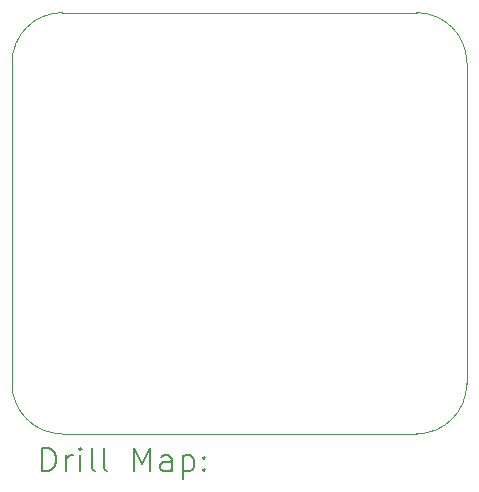
<source format=gbr>
%TF.GenerationSoftware,KiCad,Pcbnew,7.0.8*%
%TF.CreationDate,2024-02-15T00:13:21-06:00*%
%TF.ProjectId,Receiver_KiCad,52656365-6976-4657-925f-4b694361642e,rev?*%
%TF.SameCoordinates,Original*%
%TF.FileFunction,Drillmap*%
%TF.FilePolarity,Positive*%
%FSLAX45Y45*%
G04 Gerber Fmt 4.5, Leading zero omitted, Abs format (unit mm)*
G04 Created by KiCad (PCBNEW 7.0.8) date 2024-02-15 00:13:21*
%MOMM*%
%LPD*%
G01*
G04 APERTURE LIST*
%ADD10C,0.100000*%
%ADD11C,0.200000*%
G04 APERTURE END LIST*
D10*
X17925000Y-14848000D02*
G75*
G03*
X18350630Y-14422370I0J425630D01*
G01*
X18351000Y-11707000D02*
X18350630Y-14422370D01*
X17925000Y-14848000D02*
X14925630Y-14847630D01*
X18351000Y-11707000D02*
G75*
G03*
X17925370Y-11281370I-425630J0D01*
G01*
X14500000Y-14422000D02*
X14500370Y-11707000D01*
X14500000Y-14422000D02*
G75*
G03*
X14925630Y-14847630I425630J0D01*
G01*
X14926000Y-11281370D02*
X17925370Y-11281370D01*
X14926000Y-11281370D02*
G75*
G03*
X14500370Y-11707000I0J-425630D01*
G01*
D11*
X14755777Y-15164484D02*
X14755777Y-14964484D01*
X14755777Y-14964484D02*
X14803396Y-14964484D01*
X14803396Y-14964484D02*
X14831967Y-14974008D01*
X14831967Y-14974008D02*
X14851015Y-14993055D01*
X14851015Y-14993055D02*
X14860539Y-15012103D01*
X14860539Y-15012103D02*
X14870062Y-15050198D01*
X14870062Y-15050198D02*
X14870062Y-15078770D01*
X14870062Y-15078770D02*
X14860539Y-15116865D01*
X14860539Y-15116865D02*
X14851015Y-15135912D01*
X14851015Y-15135912D02*
X14831967Y-15154960D01*
X14831967Y-15154960D02*
X14803396Y-15164484D01*
X14803396Y-15164484D02*
X14755777Y-15164484D01*
X14955777Y-15164484D02*
X14955777Y-15031150D01*
X14955777Y-15069246D02*
X14965301Y-15050198D01*
X14965301Y-15050198D02*
X14974824Y-15040674D01*
X14974824Y-15040674D02*
X14993872Y-15031150D01*
X14993872Y-15031150D02*
X15012920Y-15031150D01*
X15079586Y-15164484D02*
X15079586Y-15031150D01*
X15079586Y-14964484D02*
X15070062Y-14974008D01*
X15070062Y-14974008D02*
X15079586Y-14983531D01*
X15079586Y-14983531D02*
X15089110Y-14974008D01*
X15089110Y-14974008D02*
X15079586Y-14964484D01*
X15079586Y-14964484D02*
X15079586Y-14983531D01*
X15203396Y-15164484D02*
X15184348Y-15154960D01*
X15184348Y-15154960D02*
X15174824Y-15135912D01*
X15174824Y-15135912D02*
X15174824Y-14964484D01*
X15308158Y-15164484D02*
X15289110Y-15154960D01*
X15289110Y-15154960D02*
X15279586Y-15135912D01*
X15279586Y-15135912D02*
X15279586Y-14964484D01*
X15536729Y-15164484D02*
X15536729Y-14964484D01*
X15536729Y-14964484D02*
X15603396Y-15107341D01*
X15603396Y-15107341D02*
X15670062Y-14964484D01*
X15670062Y-14964484D02*
X15670062Y-15164484D01*
X15851015Y-15164484D02*
X15851015Y-15059722D01*
X15851015Y-15059722D02*
X15841491Y-15040674D01*
X15841491Y-15040674D02*
X15822443Y-15031150D01*
X15822443Y-15031150D02*
X15784348Y-15031150D01*
X15784348Y-15031150D02*
X15765301Y-15040674D01*
X15851015Y-15154960D02*
X15831967Y-15164484D01*
X15831967Y-15164484D02*
X15784348Y-15164484D01*
X15784348Y-15164484D02*
X15765301Y-15154960D01*
X15765301Y-15154960D02*
X15755777Y-15135912D01*
X15755777Y-15135912D02*
X15755777Y-15116865D01*
X15755777Y-15116865D02*
X15765301Y-15097817D01*
X15765301Y-15097817D02*
X15784348Y-15088293D01*
X15784348Y-15088293D02*
X15831967Y-15088293D01*
X15831967Y-15088293D02*
X15851015Y-15078770D01*
X15946253Y-15031150D02*
X15946253Y-15231150D01*
X15946253Y-15040674D02*
X15965301Y-15031150D01*
X15965301Y-15031150D02*
X16003396Y-15031150D01*
X16003396Y-15031150D02*
X16022443Y-15040674D01*
X16022443Y-15040674D02*
X16031967Y-15050198D01*
X16031967Y-15050198D02*
X16041491Y-15069246D01*
X16041491Y-15069246D02*
X16041491Y-15126389D01*
X16041491Y-15126389D02*
X16031967Y-15145436D01*
X16031967Y-15145436D02*
X16022443Y-15154960D01*
X16022443Y-15154960D02*
X16003396Y-15164484D01*
X16003396Y-15164484D02*
X15965301Y-15164484D01*
X15965301Y-15164484D02*
X15946253Y-15154960D01*
X16127205Y-15145436D02*
X16136729Y-15154960D01*
X16136729Y-15154960D02*
X16127205Y-15164484D01*
X16127205Y-15164484D02*
X16117682Y-15154960D01*
X16117682Y-15154960D02*
X16127205Y-15145436D01*
X16127205Y-15145436D02*
X16127205Y-15164484D01*
X16127205Y-15040674D02*
X16136729Y-15050198D01*
X16136729Y-15050198D02*
X16127205Y-15059722D01*
X16127205Y-15059722D02*
X16117682Y-15050198D01*
X16117682Y-15050198D02*
X16127205Y-15040674D01*
X16127205Y-15040674D02*
X16127205Y-15059722D01*
M02*

</source>
